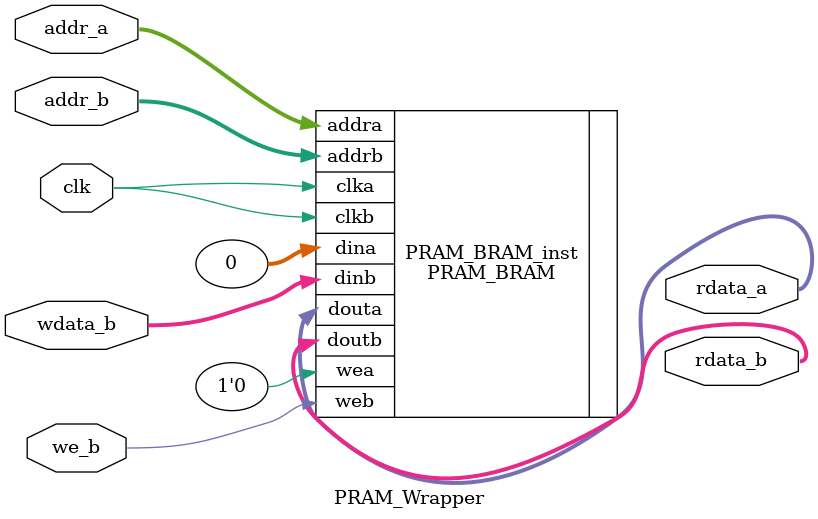
<source format=v>
`timescale 1ns / 1ps


module PRAM_Wrapper (
    input  wire         clk,
    
    // 端口 A - 指令读取 (只读)
    input  wire [11:0]  addr_a,      // 12位地址 = 4K字
    output wire [31:0]  rdata_a,
    
    // 端口 B - 数据读写
    input  wire [11:0]  addr_b,      // 12位地址 = 4K字
    input  wire [31:0]  wdata_b,
    input  wire         we_b,
    output wire [31:0]  rdata_b
);

    // 实例化 Block Memory Generator IP
    // IP 配置为 True Dual Port RAM
    // 端口 A: 用于指令读取 (只读)
    // 端口 B: 用于数据读写 (程序加载)
    PRAM_BRAM PRAM_BRAM_inst (
        // 端口 A - 指令读取
        .clka   (clk),
        .wea    (1'b0),           // 端口 A 只读
        .addra  (addr_a),
        .dina   (32'b0),          // 端口 A 不写入
        .douta  (rdata_a),
        
        // 端口 B - 数据读写
        .clkb   (clk),
        .web    (we_b),           // 写使能
        .addrb  (addr_b),
        .dinb   (wdata_b),
        .doutb  (rdata_b)
    );

endmodule

</source>
